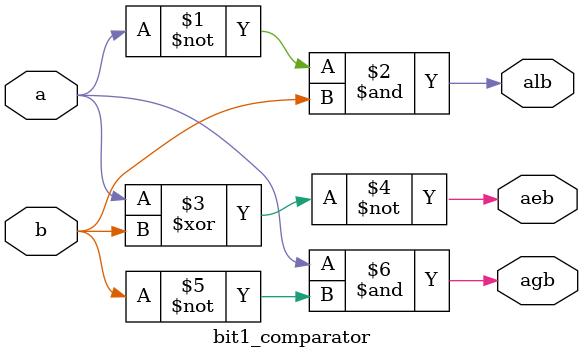
<source format=v>
module bit1_comparator(input a,b,output alb,aeb,agb);
assign alb= (~a) & (b);
assign aeb= ~(a^b);
assign agb= (a) & (~b);
endmodule

</source>
